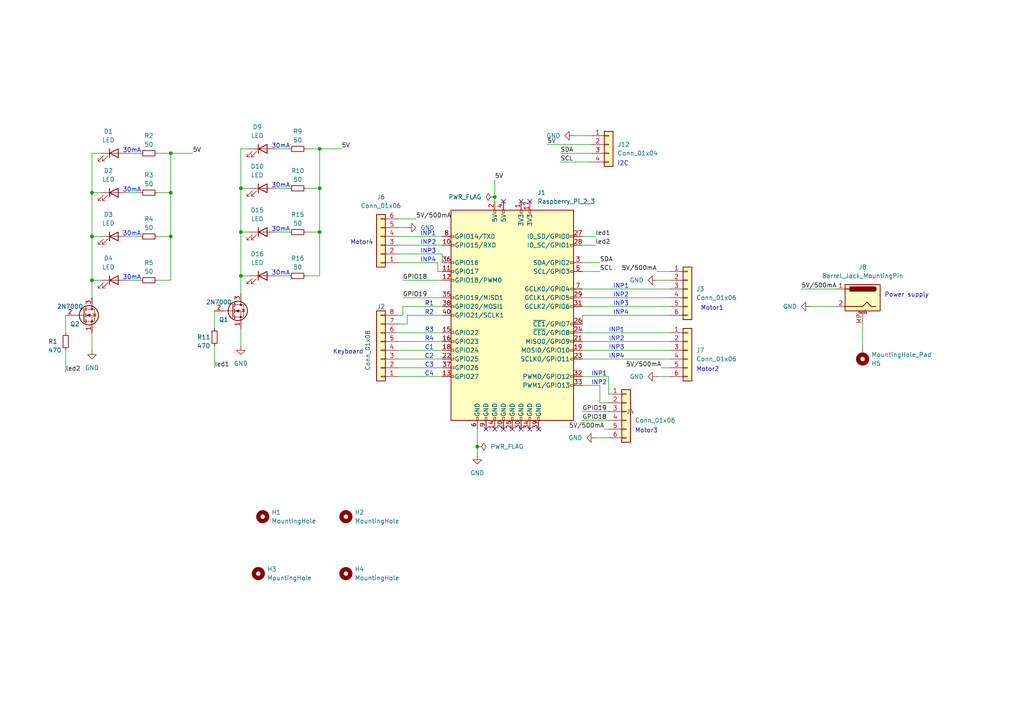
<source format=kicad_sch>
(kicad_sch (version 20230121) (generator eeschema)
  (paper "A4")
  (lib_symbols
    (symbol "Connector:Barrel_Jack_MountingPin" (pin_names hide)
      (property "Reference" "J" (at 0 5.334 0))
      (property "Value" "Barrel_Jack_MountingPin" (at 1.27 -6.35 0))
      (symbol "Barrel_Jack_MountingPin_0_1"
        (rectangle (start -5.08 3.81) (end 5.08 -3.81) (stroke (width 0.254)) (fill (type background)))
        (arc (start -3.302 3.175) (mid -3.9343 2.54) (end -3.302 1.905) (stroke (width 0.254)))
        (arc (start -3.302 3.175) (mid -3.9343 2.54) (end -3.302 1.905) (stroke (width 0.254)) (fill (type outline)))
        (polyline (pts (xy 5.08 2.54) (xy 3.81 2.54)) (stroke (width 0.254)))
        (polyline (pts (xy -3.81 -2.54) (xy -2.54 -2.54) (xy -1.27 -1.27) (xy 0 -2.54) (xy 2.54 -2.54) (xy 5.08 -2.54)) (stroke (width 0.254)))
        (rectangle (start 3.683 3.175) (end -3.302 1.905) (stroke (width 0.254)) (fill (type outline)))
      )
      (symbol "Barrel_Jack_MountingPin_1_1"
        (polyline (pts (xy -1.016 -4.572) (xy 1.016 -4.572)) (stroke (width 0.1524)))
        (text "Mounting" (at 0 -4.191 0) (effects (font (size 0.381 0.381))))
        (pin passive line (at 7.62 2.54 180) (length 2.54) (name "~") (number "1"))
        (pin passive line (at 7.62 -2.54 180) (length 2.54) (name "~") (number "2"))
        (pin passive line (at 0 -7.62 90) (length 3.048) (name "MountPin") (number "MP"))
      )
    )
    (symbol "Connector:Raspberry_Pi_2_3" (pin_names (offset 1.016))
      (property "Reference" "J" (at -17.78 31.75 0))
      (property "Value" "Raspberry_Pi_2_3" (at 10.16 -31.75 0))
      (symbol "Raspberry_Pi_2_3_0_1"
        (rectangle (start -17.78 30.48) (end 17.78 -30.48) (stroke (width 0.254)) (fill (type background)))
      )
      (symbol "Raspberry_Pi_2_3_1_1"
        (rectangle (start -16.891 -17.526) (end -17.78 -18.034))
        (rectangle (start -16.891 -14.986) (end -17.78 -15.494))
        (rectangle (start -16.891 -12.446) (end -17.78 -12.954))
        (rectangle (start -16.891 -9.906) (end -17.78 -10.414))
        (rectangle (start -16.891 -7.366) (end -17.78 -7.874))
        (rectangle (start -16.891 -4.826) (end -17.78 -5.334))
        (rectangle (start -16.891 0.254) (end -17.78 -0.254))
        (rectangle (start -16.891 2.794) (end -17.78 2.286))
        (rectangle (start -16.891 5.334) (end -17.78 4.826))
        (rectangle (start -16.891 10.414) (end -17.78 9.906))
        (rectangle (start -16.891 12.954) (end -17.78 12.446))
        (rectangle (start -16.891 15.494) (end -17.78 14.986))
        (rectangle (start -16.891 20.574) (end -17.78 20.066))
        (rectangle (start -16.891 23.114) (end -17.78 22.606))
        (rectangle (start -10.414 -29.591) (end -9.906 -30.48))
        (rectangle (start -7.874 -29.591) (end -7.366 -30.48))
        (rectangle (start -5.334 -29.591) (end -4.826 -30.48))
        (rectangle (start -5.334 30.48) (end -4.826 29.591))
        (rectangle (start -2.794 -29.591) (end -2.286 -30.48))
        (rectangle (start -2.794 30.48) (end -2.286 29.591))
        (rectangle (start -0.254 -29.591) (end 0.254 -30.48))
        (rectangle (start 2.286 -29.591) (end 2.794 -30.48))
        (rectangle (start 2.286 30.48) (end 2.794 29.591))
        (rectangle (start 4.826 -29.591) (end 5.334 -30.48))
        (rectangle (start 4.826 30.48) (end 5.334 29.591))
        (rectangle (start 7.366 -29.591) (end 7.874 -30.48))
        (rectangle (start 17.78 -20.066) (end 16.891 -20.574))
        (rectangle (start 17.78 -17.526) (end 16.891 -18.034))
        (rectangle (start 17.78 -12.446) (end 16.891 -12.954))
        (rectangle (start 17.78 -9.906) (end 16.891 -10.414))
        (rectangle (start 17.78 -7.366) (end 16.891 -7.874))
        (rectangle (start 17.78 -4.826) (end 16.891 -5.334))
        (rectangle (start 17.78 -2.286) (end 16.891 -2.794))
        (rectangle (start 17.78 2.794) (end 16.891 2.286))
        (rectangle (start 17.78 5.334) (end 16.891 4.826))
        (rectangle (start 17.78 7.874) (end 16.891 7.366))
        (rectangle (start 17.78 12.954) (end 16.891 12.446))
        (rectangle (start 17.78 15.494) (end 16.891 14.986))
        (rectangle (start 17.78 20.574) (end 16.891 20.066))
        (rectangle (start 17.78 23.114) (end 16.891 22.606))
        (pin power_in line (at 2.54 33.02 270) (length 2.54) (name "3V3") (number "1"))
        (pin bidirectional line (at -20.32 20.32 0) (length 2.54) (name "GPIO15/RXD") (number "10"))
        (pin bidirectional line (at -20.32 12.7 0) (length 2.54) (name "GPIO17") (number "11"))
        (pin bidirectional line (at -20.32 10.16 0) (length 2.54) (name "GPIO18/PWM0") (number "12"))
        (pin bidirectional line (at -20.32 -17.78 0) (length 2.54) (name "GPIO27") (number "13"))
        (pin power_in line (at -5.08 -33.02 90) (length 2.54) (name "GND") (number "14"))
        (pin bidirectional line (at -20.32 -5.08 0) (length 2.54) (name "GPIO22") (number "15"))
        (pin bidirectional line (at -20.32 -7.62 0) (length 2.54) (name "GPIO23") (number "16"))
        (pin power_in line (at 5.08 33.02 270) (length 2.54) (name "3V3") (number "17"))
        (pin bidirectional line (at -20.32 -10.16 0) (length 2.54) (name "GPIO24") (number "18"))
        (pin bidirectional line (at 20.32 -10.16 180) (length 2.54) (name "MOSI0/GPIO10") (number "19"))
        (pin power_in line (at -5.08 33.02 270) (length 2.54) (name "5V") (number "2"))
        (pin power_in line (at -2.54 -33.02 90) (length 2.54) (name "GND") (number "20"))
        (pin bidirectional line (at 20.32 -7.62 180) (length 2.54) (name "MISO0/GPIO9") (number "21"))
        (pin bidirectional line (at -20.32 -12.7 0) (length 2.54) (name "GPIO25") (number "22"))
        (pin bidirectional line (at 20.32 -12.7 180) (length 2.54) (name "SCLK0/GPIO11") (number "23"))
        (pin bidirectional line (at 20.32 -5.08 180) (length 2.54) (name "~{CE0}/GPIO8") (number "24"))
        (pin power_in line (at 0 -33.02 90) (length 2.54) (name "GND") (number "25"))
        (pin bidirectional line (at 20.32 -2.54 180) (length 2.54) (name "~{CE1}/GPIO7") (number "26"))
        (pin bidirectional line (at 20.32 22.86 180) (length 2.54) (name "ID_SD/GPIO0") (number "27"))
        (pin bidirectional line (at 20.32 20.32 180) (length 2.54) (name "ID_SC/GPIO1") (number "28"))
        (pin bidirectional line (at 20.32 5.08 180) (length 2.54) (name "GCLK1/GPIO5") (number "29"))
        (pin bidirectional line (at 20.32 15.24 180) (length 2.54) (name "SDA/GPIO2") (number "3"))
        (pin power_in line (at 2.54 -33.02 90) (length 2.54) (name "GND") (number "30"))
        (pin bidirectional line (at 20.32 2.54 180) (length 2.54) (name "GCLK2/GPIO6") (number "31"))
        (pin bidirectional line (at 20.32 -17.78 180) (length 2.54) (name "PWM0/GPIO12") (number "32"))
        (pin bidirectional line (at 20.32 -20.32 180) (length 2.54) (name "PWM1/GPIO13") (number "33"))
        (pin power_in line (at 5.08 -33.02 90) (length 2.54) (name "GND") (number "34"))
        (pin bidirectional line (at -20.32 5.08 0) (length 2.54) (name "GPIO19/MISO1") (number "35"))
        (pin bidirectional line (at -20.32 15.24 0) (length 2.54) (name "GPIO16") (number "36"))
        (pin bidirectional line (at -20.32 -15.24 0) (length 2.54) (name "GPIO26") (number "37"))
        (pin bidirectional line (at -20.32 2.54 0) (length 2.54) (name "GPIO20/MOSI1") (number "38"))
        (pin power_in line (at 7.62 -33.02 90) (length 2.54) (name "GND") (number "39"))
        (pin power_in line (at -2.54 33.02 270) (length 2.54) (name "5V") (number "4"))
        (pin bidirectional line (at -20.32 0 0) (length 2.54) (name "GPIO21/SCLK1") (number "40"))
        (pin bidirectional line (at 20.32 12.7 180) (length 2.54) (name "SCL/GPIO3") (number "5"))
        (pin power_in line (at -10.16 -33.02 90) (length 2.54) (name "GND") (number "6"))
        (pin bidirectional line (at 20.32 7.62 180) (length 2.54) (name "GCLK0/GPIO4") (number "7"))
        (pin bidirectional line (at -20.32 22.86 0) (length 2.54) (name "GPIO14/TXD") (number "8"))
        (pin power_in line (at -7.62 -33.02 90) (length 2.54) (name "GND") (number "9"))
      )
    )
    (symbol "Connector_Generic:Conn_01x04" (pin_names (offset 1.016) hide)
      (property "Reference" "J" (at 0 5.08 0))
      (property "Value" "Conn_01x04" (at 0 -7.62 0))
      (symbol "Conn_01x04_1_1"
        (rectangle (start -1.27 -4.953) (end 0 -5.207) (stroke (width 0.1524)))
        (rectangle (start -1.27 -2.413) (end 0 -2.667) (stroke (width 0.1524)))
        (rectangle (start -1.27 0.127) (end 0 -0.127) (stroke (width 0.1524)))
        (rectangle (start -1.27 2.667) (end 0 2.413) (stroke (width 0.1524)))
        (rectangle (start -1.27 3.81) (end 1.27 -6.35) (stroke (width 0.254)) (fill (type background)))
        (pin passive line (at -5.08 2.54 0) (length 3.81) (name "Pin_1") (number "1"))
        (pin passive line (at -5.08 0 0) (length 3.81) (name "Pin_2") (number "2"))
        (pin passive line (at -5.08 -2.54 0) (length 3.81) (name "Pin_3") (number "3"))
        (pin passive line (at -5.08 -5.08 0) (length 3.81) (name "Pin_4") (number "4"))
      )
    )
    (symbol "Connector_Generic:Conn_01x06" (pin_names (offset 1.016) hide)
      (property "Reference" "J" (at 0 7.62 0))
      (property "Value" "Conn_01x06" (at 0 -10.16 0))
      (symbol "Conn_01x06_1_1"
        (rectangle (start -1.27 -7.493) (end 0 -7.747) (stroke (width 0.1524)))
        (rectangle (start -1.27 -4.953) (end 0 -5.207) (stroke (width 0.1524)))
        (rectangle (start -1.27 -2.413) (end 0 -2.667) (stroke (width 0.1524)))
        (rectangle (start -1.27 0.127) (end 0 -0.127) (stroke (width 0.1524)))
        (rectangle (start -1.27 2.667) (end 0 2.413) (stroke (width 0.1524)))
        (rectangle (start -1.27 5.207) (end 0 4.953) (stroke (width 0.1524)))
        (rectangle (start -1.27 6.35) (end 1.27 -8.89) (stroke (width 0.254)) (fill (type background)))
        (pin passive line (at -5.08 5.08 0) (length 3.81) (name "Pin_1") (number "1"))
        (pin passive line (at -5.08 2.54 0) (length 3.81) (name "Pin_2") (number "2"))
        (pin passive line (at -5.08 0 0) (length 3.81) (name "Pin_3") (number "3"))
        (pin passive line (at -5.08 -2.54 0) (length 3.81) (name "Pin_4") (number "4"))
        (pin passive line (at -5.08 -5.08 0) (length 3.81) (name "Pin_5") (number "5"))
        (pin passive line (at -5.08 -7.62 0) (length 3.81) (name "Pin_6") (number "6"))
      )
    )
    (symbol "Connector_Generic:Conn_01x08" (pin_names (offset 1.016) hide)
      (property "Reference" "J" (at 0 10.16 0))
      (property "Value" "Conn_01x08" (at 0 -12.7 0))
      (symbol "Conn_01x08_1_1"
        (rectangle (start -1.27 -10.033) (end 0 -10.287) (stroke (width 0.1524)))
        (rectangle (start -1.27 -7.493) (end 0 -7.747) (stroke (width 0.1524)))
        (rectangle (start -1.27 -4.953) (end 0 -5.207) (stroke (width 0.1524)))
        (rectangle (start -1.27 -2.413) (end 0 -2.667) (stroke (width 0.1524)))
        (rectangle (start -1.27 0.127) (end 0 -0.127) (stroke (width 0.1524)))
        (rectangle (start -1.27 2.667) (end 0 2.413) (stroke (width 0.1524)))
        (rectangle (start -1.27 5.207) (end 0 4.953) (stroke (width 0.1524)))
        (rectangle (start -1.27 7.747) (end 0 7.493) (stroke (width 0.1524)))
        (rectangle (start -1.27 8.89) (end 1.27 -11.43) (stroke (width 0.254)) (fill (type background)))
        (pin passive line (at -5.08 7.62 0) (length 3.81) (name "Pin_1") (number "1"))
        (pin passive line (at -5.08 5.08 0) (length 3.81) (name "Pin_2") (number "2"))
        (pin passive line (at -5.08 2.54 0) (length 3.81) (name "Pin_3") (number "3"))
        (pin passive line (at -5.08 0 0) (length 3.81) (name "Pin_4") (number "4"))
        (pin passive line (at -5.08 -2.54 0) (length 3.81) (name "Pin_5") (number "5"))
        (pin passive line (at -5.08 -5.08 0) (length 3.81) (name "Pin_6") (number "6"))
        (pin passive line (at -5.08 -7.62 0) (length 3.81) (name "Pin_7") (number "7"))
        (pin passive line (at -5.08 -10.16 0) (length 3.81) (name "Pin_8") (number "8"))
      )
    )
    (symbol "Device:LED" (pin_numbers hide) (pin_names (offset 1.016) hide)
      (property "Reference" "D" (at 0 2.54 0))
      (property "Value" "LED" (at 0 -2.54 0))
      (symbol "LED_0_1"
        (polyline (pts (xy -1.27 -1.27) (xy -1.27 1.27)) (stroke (width 0.254)))
        (polyline (pts (xy -1.27 0) (xy 1.27 0)))
        (polyline (pts (xy 1.27 -1.27) (xy 1.27 1.27) (xy -1.27 0) (xy 1.27 -1.27)) (stroke (width 0.254)))
        (polyline (pts (xy -3.048 -0.762) (xy -4.572 -2.286) (xy -3.81 -2.286) (xy -4.572 -2.286) (xy -4.572 -1.524)))
        (polyline (pts (xy -1.778 -0.762) (xy -3.302 -2.286) (xy -2.54 -2.286) (xy -3.302 -2.286) (xy -3.302 -1.524)))
      )
      (symbol "LED_1_1"
        (pin passive line (at -3.81 0 0) (length 2.54) (name "K") (number "1"))
        (pin passive line (at 3.81 0 180) (length 2.54) (name "A") (number "2"))
      )
    )
    (symbol "Device:R_Small" (pin_numbers hide) (pin_names (offset 0.254) hide)
      (property "Reference" "R" (at 0.762 0.508 0))
      (property "Value" "R_Small" (at 0.762 -1.016 0))
      (symbol "R_Small_0_1"
        (rectangle (start -0.762 1.778) (end 0.762 -1.778) (stroke (width 0.2032)))
      )
      (symbol "R_Small_1_1"
        (pin passive line (at 0 2.54 270) (length 0.762) (name "~") (number "1"))
        (pin passive line (at 0 -2.54 90) (length 0.762) (name "~") (number "2"))
      )
    )
    (symbol "Mechanical:MountingHole" (pin_names (offset 1.016))
      (property "Reference" "H" (at 0 5.08 0))
      (property "Value" "MountingHole" (at 0 3.175 0))
      (symbol "MountingHole_0_1"
        (circle (center 0 0) (radius 1.27) (stroke (width 1.27)))
      )
    )
    (symbol "Mechanical:MountingHole_Pad" (pin_numbers hide) (pin_names (offset 1.016) hide)
      (property "Reference" "H" (at 0 6.35 0))
      (property "Value" "MountingHole_Pad" (at 0 4.445 0))
      (symbol "MountingHole_Pad_0_1"
        (circle (center 0 1.27) (radius 1.27) (stroke (width 1.27)))
      )
      (symbol "MountingHole_Pad_1_1"
        (pin input line (at 0 -2.54 90) (length 2.54) (name "1") (number "1"))
      )
    )
    (symbol "Transistor_FET:2N7000" (pin_names hide)
      (property "Reference" "Q" (at 5.08 1.905 0))
      (property "Value" "2N7000" (at 5.08 0 0))
      (symbol "2N7000_0_1"
        (polyline (pts (xy 0.254 0) (xy -2.54 0)))
        (polyline (pts (xy 0.254 1.905) (xy 0.254 -1.905)) (stroke (width 0.254)))
        (polyline (pts (xy 0.762 -1.27) (xy 0.762 -2.286)) (stroke (width 0.254)))
        (polyline (pts (xy 0.762 0.508) (xy 0.762 -0.508)) (stroke (width 0.254)))
        (polyline (pts (xy 0.762 2.286) (xy 0.762 1.27)) (stroke (width 0.254)))
        (polyline (pts (xy 2.54 2.54) (xy 2.54 1.778)))
        (polyline (pts (xy 2.54 -2.54) (xy 2.54 0) (xy 0.762 0)))
        (polyline (pts (xy 0.762 -1.778) (xy 3.302 -1.778) (xy 3.302 1.778) (xy 0.762 1.778)))
        (polyline (pts (xy 1.016 0) (xy 2.032 0.381) (xy 2.032 -0.381) (xy 1.016 0)) (fill (type outline)))
        (polyline (pts (xy 2.794 0.508) (xy 2.921 0.381) (xy 3.683 0.381) (xy 3.81 0.254)))
        (polyline (pts (xy 3.302 0.381) (xy 2.921 -0.254) (xy 3.683 -0.254) (xy 3.302 0.381)))
        (circle (center 1.651 0) (radius 2.794) (stroke (width 0.254)))
        (circle (center 2.54 -1.778) (radius 0.254) (fill (type outline)))
        (circle (center 2.54 1.778) (radius 0.254) (fill (type outline)))
      )
      (symbol "2N7000_1_1"
        (pin passive line (at 2.54 -5.08 90) (length 2.54) (name "S") (number "1"))
        (pin input line (at -5.08 0 0) (length 2.54) (name "G") (number "2"))
        (pin passive line (at 2.54 5.08 270) (length 2.54) (name "D") (number "3"))
      )
    )
    (symbol "power:GND" (power) (pin_names (offset 0))
      (property "Value" "GND" (at 0 -3.81 0))
      (symbol "GND_0_1"
        (polyline (pts (xy 0 0) (xy 0 -1.27) (xy 1.27 -1.27) (xy 0 -2.54) (xy -1.27 -1.27) (xy 0 -1.27)))
      )
      (symbol "GND_1_1"
        (pin power_in line (at 0 0 270) (length 0) hide (name "GND") (number "1"))
      )
    )
    (symbol "power:PWR_FLAG" (power) (pin_numbers hide) (pin_names (offset 0) hide)
      (property "Value" "PWR_FLAG" (at 0 3.81 0))
      (symbol "PWR_FLAG_0_0"
        (pin power_out line (at 0 0 90) (length 0) (name "pwr") (number "1"))
      )
      (symbol "PWR_FLAG_0_1"
        (polyline (pts (xy 0 0) (xy 0 1.27) (xy -1.016 1.905) (xy 0 2.54) (xy 1.016 1.905) (xy 0 1.27)))
      )
    )
  )
  (junction (at 49.53 55.88))
  (junction (at 49.53 44.45))
  (junction (at 138.43 129.54))
  (junction (at 49.53 68.58))
  (junction (at 92.71 67.31))
  (junction (at 26.67 68.58))
  (junction (at 26.67 81.28))
  (junction (at 92.71 54.61))
  (junction (at 69.85 67.31))
  (junction (at 69.85 54.61))
  (junction (at 69.85 80.01))
  (junction (at 143.51 57.15))
  (junction (at 92.71 43.18))
  (junction (at 26.67 55.88))
  (no_connect (at 148.59 124.46))
  (no_connect (at 153.67 58.42))
  (no_connect (at 146.05 124.46))
  (no_connect (at 156.21 124.46))
  (no_connect (at 153.67 124.46))
  (no_connect (at 140.97 124.46))
  (no_connect (at 151.13 124.46))
  (no_connect (at 146.05 58.42))
  (no_connect (at 143.51 124.46))
  (no_connect (at 151.13 58.42))
  (wire (pts (xy 168.91 109.22) (xy 176.53 109.22)))
  (wire (pts (xy 158.75 41.91) (xy 171.45 41.91)))
  (wire (pts (xy 168.91 83.82) (xy 194.31 83.82)))
  (wire (pts (xy 49.53 68.58) (xy 49.53 81.28)))
  (wire (pts (xy 115.57 66.04) (xy 118.11 66.04)))
  (wire (pts (xy 88.9 80.01) (xy 92.71 80.01)))
  (wire (pts (xy 115.57 93.98) (xy 118.11 93.98)))
  (wire (pts (xy 45.72 81.28) (xy 49.53 81.28)))
  (wire (pts (xy 115.57 91.44) (xy 116.84 91.44)))
  (wire (pts (xy 92.71 54.61) (xy 92.71 67.31)))
  (wire (pts (xy 69.85 95.25) (xy 69.85 100.33)))
  (wire (pts (xy 143.51 52.07) (xy 143.51 57.15)))
  (wire (pts (xy 172.72 127) (xy 176.53 127)))
  (wire (pts (xy 168.91 101.6) (xy 194.31 101.6)))
  (wire (pts (xy 45.72 44.45) (xy 49.53 44.45)))
  (wire (pts (xy 80.01 54.61) (xy 83.82 54.61)))
  (wire (pts (xy 69.85 67.31) (xy 72.39 67.31)))
  (wire (pts (xy 88.9 54.61) (xy 92.71 54.61)))
  (wire (pts (xy 234.95 88.9) (xy 242.57 88.9)))
  (wire (pts (xy 69.85 54.61) (xy 69.85 67.31)))
  (wire (pts (xy 168.91 96.52) (xy 194.31 96.52)))
  (wire (pts (xy 168.91 119.38) (xy 176.53 119.38)))
  (wire (pts (xy 127 76.2) (xy 127 78.74)))
  (wire (pts (xy 115.57 99.06) (xy 128.27 99.06)))
  (wire (pts (xy 88.9 67.31) (xy 92.71 67.31)))
  (wire (pts (xy 168.91 99.06) (xy 194.31 99.06)))
  (wire (pts (xy 26.67 55.88) (xy 29.21 55.88)))
  (wire (pts (xy 115.57 71.12) (xy 128.27 71.12)))
  (wire (pts (xy 62.23 100.33) (xy 62.23 106.68)))
  (wire (pts (xy 115.57 104.14) (xy 128.27 104.14)))
  (wire (pts (xy 80.01 67.31) (xy 83.82 67.31)))
  (wire (pts (xy 168.91 91.44) (xy 168.91 93.98)))
  (wire (pts (xy 162.56 46.99) (xy 171.45 46.99)))
  (wire (pts (xy 36.83 44.45) (xy 40.64 44.45)))
  (wire (pts (xy 168.91 68.58) (xy 172.72 68.58)))
  (wire (pts (xy 69.85 67.31) (xy 69.85 80.01)))
  (wire (pts (xy 49.53 44.45) (xy 49.53 55.88)))
  (wire (pts (xy 92.71 43.18) (xy 92.71 54.61)))
  (wire (pts (xy 115.57 63.5) (xy 120.65 63.5)))
  (wire (pts (xy 232.41 83.82) (xy 242.57 83.82)))
  (wire (pts (xy 80.01 43.18) (xy 83.82 43.18)))
  (wire (pts (xy 168.91 78.74) (xy 173.99 78.74)))
  (wire (pts (xy 36.83 68.58) (xy 40.64 68.58)))
  (wire (pts (xy 19.05 91.44) (xy 19.05 96.52)))
  (wire (pts (xy 190.5 109.22) (xy 194.31 109.22)))
  (wire (pts (xy 26.67 81.28) (xy 26.67 86.36)))
  (wire (pts (xy 168.91 76.2) (xy 173.99 76.2)))
  (wire (pts (xy 116.84 81.28) (xy 128.27 81.28)))
  (wire (pts (xy 26.67 44.45) (xy 26.67 55.88)))
  (wire (pts (xy 168.91 111.76) (xy 173.99 111.76)))
  (wire (pts (xy 168.91 88.9) (xy 194.31 88.9)))
  (wire (pts (xy 116.84 91.44) (xy 116.84 88.9)))
  (wire (pts (xy 26.67 81.28) (xy 29.21 81.28)))
  (wire (pts (xy 49.53 55.88) (xy 49.53 68.58)))
  (wire (pts (xy 69.85 80.01) (xy 69.85 85.09)))
  (wire (pts (xy 26.67 44.45) (xy 29.21 44.45)))
  (wire (pts (xy 36.83 55.88) (xy 40.64 55.88)))
  (wire (pts (xy 69.85 80.01) (xy 72.39 80.01)))
  (wire (pts (xy 69.85 43.18) (xy 69.85 54.61)))
  (wire (pts (xy 116.84 86.36) (xy 128.27 86.36)))
  (wire (pts (xy 168.91 86.36) (xy 194.31 86.36)))
  (wire (pts (xy 143.51 57.15) (xy 143.51 58.42)))
  (wire (pts (xy 45.72 68.58) (xy 49.53 68.58)))
  (wire (pts (xy 69.85 43.18) (xy 72.39 43.18)))
  (wire (pts (xy 138.43 124.46) (xy 138.43 129.54)))
  (wire (pts (xy 173.99 111.76) (xy 173.99 116.84)))
  (wire (pts (xy 250.19 93.98) (xy 250.19 100.33)))
  (wire (pts (xy 26.67 68.58) (xy 29.21 68.58)))
  (wire (pts (xy 49.53 44.45) (xy 55.88 44.45)))
  (wire (pts (xy 127 78.74) (xy 128.27 78.74)))
  (wire (pts (xy 138.43 129.54) (xy 138.43 132.08)))
  (wire (pts (xy 92.71 43.18) (xy 99.06 43.18)))
  (wire (pts (xy 115.57 68.58) (xy 128.27 68.58)))
  (wire (pts (xy 92.71 67.31) (xy 92.71 80.01)))
  (wire (pts (xy 26.67 96.52) (xy 26.67 101.6)))
  (wire (pts (xy 115.57 73.66) (xy 128.27 73.66)))
  (wire (pts (xy 162.56 44.45) (xy 171.45 44.45)))
  (wire (pts (xy 26.67 55.88) (xy 26.67 68.58)))
  (wire (pts (xy 45.72 55.88) (xy 49.53 55.88)))
  (wire (pts (xy 128.27 73.66) (xy 128.27 76.2)))
  (wire (pts (xy 26.67 68.58) (xy 26.67 81.28)))
  (wire (pts (xy 118.11 93.98) (xy 118.11 91.44)))
  (wire (pts (xy 168.91 121.92) (xy 176.53 121.92)))
  (wire (pts (xy 118.11 91.44) (xy 128.27 91.44)))
  (wire (pts (xy 36.83 81.28) (xy 40.64 81.28)))
  (wire (pts (xy 115.57 101.6) (xy 128.27 101.6)))
  (wire (pts (xy 168.91 91.44) (xy 194.31 91.44)))
  (wire (pts (xy 115.57 106.68) (xy 128.27 106.68)))
  (wire (pts (xy 115.57 96.52) (xy 128.27 96.52)))
  (wire (pts (xy 175.26 124.46) (xy 176.53 124.46)))
  (wire (pts (xy 115.57 76.2) (xy 127 76.2)))
  (wire (pts (xy 80.01 80.01) (xy 83.82 80.01)))
  (wire (pts (xy 166.37 39.37) (xy 171.45 39.37)))
  (wire (pts (xy 190.5 81.28) (xy 194.31 81.28)))
  (wire (pts (xy 173.99 116.84) (xy 176.53 116.84)))
  (wire (pts (xy 88.9 43.18) (xy 92.71 43.18)))
  (wire (pts (xy 116.84 88.9) (xy 128.27 88.9)))
  (wire (pts (xy 168.91 104.14) (xy 194.31 104.14)))
  (wire (pts (xy 191.77 106.68) (xy 194.31 106.68)))
  (wire (pts (xy 115.57 109.22) (xy 128.27 109.22)))
  (wire (pts (xy 19.05 101.6) (xy 19.05 107.95)))
  (wire (pts (xy 176.53 109.22) (xy 176.53 114.3)))
  (wire (pts (xy 69.85 54.61) (xy 72.39 54.61)))
  (wire (pts (xy 62.23 90.17) (xy 62.23 95.25)))
  (wire (pts (xy 190.5 78.74) (xy 194.31 78.74)))
  (wire (pts (xy 168.91 71.12) (xy 172.72 71.12)))
  (text "30mA" (at 35.56 44.45 0) (effects (font (size 1.27 1.27)) (justify left bottom)))
  (text "INP1" (at 121.92 68.58 0) (effects (font (size 1.27 1.27)) (justify left bottom)))
  (text "INP1" (at 177.8 83.82 0) (effects (font (size 1.27 1.27)) (justify left bottom)))
  (text "C2" (at 123.19 104.14 0) (effects (font (size 1.27 1.27)) (justify left bottom)))
  (text "C1" (at 123.19 101.6 0) (effects (font (size 1.27 1.27)) (justify left bottom)))
  (text "Power supply" (at 256.54 86.36 0) (effects (font (size 1.27 1.27)) (justify left bottom)))
  (text "INP1" (at 176.53 96.52 0) (effects (font (size 1.27 1.27)) (justify left bottom)))
  (text "30mA" (at 78.74 43.18 0) (effects (font (size 1.27 1.27)) (justify left bottom)))
  (text "I2C" (at 179.07 48.26 0) (effects (font (size 1.27 1.27)) (justify left bottom)))
  (text "INP2" (at 121.92 71.12 0) (effects (font (size 1.27 1.27)) (justify left bottom)))
  (text "INP3" (at 177.8 88.9 0) (effects (font (size 1.27 1.27)) (justify left bottom)))
  (text "C4" (at 123.19 109.22 0) (effects (font (size 1.27 1.27)) (justify left bottom)))
  (text "30mA" (at 35.56 68.58 0) (effects (font (size 1.27 1.27)) (justify left bottom)))
  (text "INP4" (at 176.53 104.14 0) (effects (font (size 1.27 1.27)) (justify left bottom)))
  (text "R3" (at 123.19 96.52 0) (effects (font (size 1.27 1.27)) (justify left bottom)))
  (text "INP3" (at 176.53 101.6 0) (effects (font (size 1.27 1.27)) (justify left bottom)))
  (text "INP4" (at 177.8 91.44 0) (effects (font (size 1.27 1.27)) (justify left bottom)))
  (text "Motor3" (at 184.15 125.73 0) (effects (font (size 1.27 1.27)) (justify left bottom)))
  (text "INP3" (at 121.92 73.66 0) (effects (font (size 1.27 1.27)) (justify left bottom)))
  (text "Motor2" (at 201.93 107.95 0) (effects (font (size 1.27 1.27)) (justify left bottom)))
  (text "30mA" (at 78.74 80.01 0) (effects (font (size 1.27 1.27)) (justify left bottom)))
  (text "C3" (at 123.19 106.68 0) (effects (font (size 1.27 1.27)) (justify left bottom)))
  (text "INP1" (at 171.45 109.22 0) (effects (font (size 1.27 1.27)) (justify left bottom)))
  (text "R1" (at 123.19 88.9 0) (effects (font (size 1.27 1.27)) (justify left bottom)))
  (text "30mA" (at 78.74 54.61 0) (effects (font (size 1.27 1.27)) (justify left bottom)))
  (text "Keyboard" (at 96.52 102.87 0) (effects (font (size 1.27 1.27)) (justify left bottom)))
  (text "Motor1" (at 203.2 90.17 0) (effects (font (size 1.27 1.27)) (justify left bottom)))
  (text "INP2" (at 177.8 86.36 0) (effects (font (size 1.27 1.27)) (justify left bottom)))
  (text "30mA" (at 78.74 67.31 0) (effects (font (size 1.27 1.27)) (justify left bottom)))
  (text "INP2" (at 171.45 111.76 0) (effects (font (size 1.27 1.27)) (justify left bottom)))
  (text "R2" (at 123.19 91.44 0) (effects (font (size 1.27 1.27)) (justify left bottom)))
  (text "30mA" (at 35.56 81.28 0) (effects (font (size 1.27 1.27)) (justify left bottom)))
  (text "Motor4" (at 101.6 71.12 0) (effects (font (size 1.27 1.27)) (justify left bottom)))
  (text "INP4" (at 121.92 76.2 0) (effects (font (size 1.27 1.27)) (justify left bottom)))
  (text "R4" (at 123.19 99.06 0) (effects (font (size 1.27 1.27)) (justify left bottom)))
  (text "INP2" (at 176.53 99.06 0) (effects (font (size 1.27 1.27)) (justify left bottom)))
  (text "30mA" (at 35.56 55.88 0) (effects (font (size 1.27 1.27)) (justify left bottom)))
  (label "5V" (at 158.75 41.91 0))
  (label "GPIO19" (at 116.84 86.36 0))
  (label "led2" (at 19.05 107.95 0))
  (label "5V" (at 99.06 43.18 0))
  (label "SCL" (at 162.56 46.99 0))
  (label "GPIO18" (at 116.84 81.28 0))
  (label "GPIO19" (at 168.91 119.38 0))
  (label "5V{slash}500mA" (at 232.41 83.82 0))
  (label "5V{slash}500mA" (at 120.65 63.5 0))
  (label "led2" (at 172.72 71.12 0))
  (label "5V" (at 55.88 44.45 0))
  (label "GPIO18" (at 168.91 121.92 0))
  (label "led1" (at 62.23 106.68 0))
  (label "5V{slash}500mA" (at 175.26 124.46 180))
  (label "5V{slash}500mA" (at 191.77 106.68 180))
  (label "SDA" (at 162.56 44.45 0))
  (label "5V{slash}500mA" (at 190.5 78.74 180))
  (label "5V" (at 143.51 52.07 0))
  (label "led1" (at 172.72 68.58 0))
  (label "SCL" (at 173.99 78.74 0))
  (label "SDA" (at 173.99 76.2 0))
  (symbol (lib_id "Connector_Generic:Conn_01x06") (at 199.39 101.6 0) (unit 1)
    (property "Reference" "J7" (at 201.93 101.6 0) (effects (justify left)))
    (property "Value" "Conn_01x06" (at 201.93 104.14 0) (effects (justify left)))
  )
  (symbol (lib_id "power:GND") (at 172.72 127 270) (unit 1)
    (property "Reference" "#PWR05" (effects hide))
    (property "Value" "GND" (at 168.91 127 90) (effects (justify right)))
  )
  (symbol (lib_id "Device:R_Small") (at 86.36 43.18 90) (unit 1)
    (property "Reference" "R9" (at 86.36 38.1 90))
    (property "Value" "50" (at 86.36 40.64 90))
  )
  (symbol (lib_id "power:GND") (at 26.67 101.6 0) (unit 1)
    (property "Reference" "#PWR01" (effects hide))
    (property "Value" "GND" (at 26.67 106.68 0))
  )
  (symbol (lib_id "power:PWR_FLAG") (at 143.51 57.15 90) (unit 1)
    (property "Reference" "#FLG02" (effects hide))
    (property "Value" "PWR_FLAG" (at 139.7 57.15 90) (effects (justify left)))
  )
  (symbol (lib_id "Device:R_Small") (at 43.18 44.45 90) (unit 1)
    (property "Reference" "R2" (at 43.18 39.37 90))
    (property "Value" "50" (at 43.18 41.91 90))
  )
  (symbol (lib_id "Device:LED") (at 33.02 68.58 0) (unit 1)
    (property "Reference" "D3" (at 31.4325 62.23 0))
    (property "Value" "LED" (at 31.4325 64.77 0))
  )
  (symbol (lib_id "Device:LED") (at 33.02 81.28 0) (unit 1)
    (property "Reference" "D4" (at 31.4325 74.93 0))
    (property "Value" "LED" (at 31.4325 77.47 0))
  )
  (symbol (lib_id "power:GND") (at 118.11 66.04 90) (unit 1)
    (property "Reference" "#PWR010" (effects hide))
    (property "Value" "GND" (at 121.92 66.04 90) (effects (justify right)))
  )
  (symbol (lib_id "Connector_Generic:Conn_01x06") (at 199.39 83.82 0) (unit 1)
    (property "Reference" "J3" (at 201.93 83.82 0) (effects (justify left)))
    (property "Value" "Conn_01x06" (at 201.93 86.36 0) (effects (justify left)))
  )
  (symbol (lib_id "Device:LED") (at 76.2 54.61 0) (unit 1)
    (property "Reference" "D10" (at 74.6125 48.26 0))
    (property "Value" "LED" (at 74.6125 50.8 0))
  )
  (symbol (lib_id "power:PWR_FLAG") (at 138.43 129.54 270) (unit 1)
    (property "Reference" "#FLG01" (effects hide))
    (property "Value" "PWR_FLAG" (at 142.24 129.54 90) (effects (justify left)))
  )
  (symbol (lib_id "Device:R_Small") (at 43.18 81.28 90) (unit 1)
    (property "Reference" "R5" (at 43.18 76.2 90))
    (property "Value" "50" (at 43.18 78.74 90))
  )
  (symbol (lib_id "Connector_Generic:Conn_01x06") (at 181.61 119.38 0) (unit 1)
    (property "Reference" "J4" (at 181.61 119.38 0) (effects (justify left)))
    (property "Value" "Conn_01x06" (at 184.15 121.92 0) (effects (justify left)))
  )
  (symbol (lib_id "Device:LED") (at 33.02 44.45 0) (unit 1)
    (property "Reference" "D1" (at 31.4325 38.1 0))
    (property "Value" "LED" (at 31.4325 40.64 0))
  )
  (symbol (lib_id "Connector:Barrel_Jack_MountingPin") (at 250.19 86.36 0) (mirror y) (unit 1)
    (property "Reference" "J8" (at 250.19 77.47 0))
    (property "Value" "Barrel_Jack_MountingPin" (at 250.19 80.01 0))
    (property "Footprint" "Connector_BarrelJack:BarrelJack_CUI_PJ-063AH_Horizontal" (effects hide))
  )
  (symbol (lib_id "Connector_Generic:Conn_01x06") (at 110.49 71.12 180) (unit 1)
    (property "Reference" "J6" (at 110.49 57.15 0))
    (property "Value" "Conn_01x06" (at 110.49 59.69 0))
  )
  (symbol (lib_id "power:GND") (at 190.5 109.22 270) (unit 1)
    (property "Reference" "#PWR07" (effects hide))
    (property "Value" "GND" (at 186.69 109.22 90) (effects (justify right)))
  )
  (symbol (lib_id "Device:R_Small") (at 43.18 55.88 90) (unit 1)
    (property "Reference" "R3" (at 43.18 50.8 90))
    (property "Value" "50" (at 43.18 53.34 90))
  )
  (symbol (lib_id "power:GND") (at 166.37 39.37 270) (unit 1)
    (property "Reference" "#PWR03" (effects hide))
    (property "Value" "GND" (at 162.56 39.37 90) (effects (justify right)))
  )
  (symbol (lib_id "Mechanical:MountingHole_Pad") (at 250.19 102.87 0) (mirror x) (unit 1)
    (property "Reference" "H5" (at 252.73 105.41 0) (effects (justify left)))
    (property "Value" "MountingHole_Pad" (at 252.73 102.87 0) (effects (justify left)))
  )
  (symbol (lib_id "Connector_Generic:Conn_01x08") (at 110.49 101.6 180) (unit 1)
    (property "Reference" "J2" (at 110.49 88.9 0))
    (property "Value" "Conn_01x08" (at 106.68 101.6 90))
  )
  (symbol (lib_id "Device:R_Small") (at 43.18 68.58 90) (unit 1)
    (property "Reference" "R4" (at 43.18 63.5 90))
    (property "Value" "50" (at 43.18 66.04 90))
  )
  (symbol (lib_id "Connector:Raspberry_Pi_2_3") (at 148.59 91.44 0) (unit 1)
    (property "Reference" "J1" (at 155.8641 55.88 0) (effects (justify left)))
    (property "Value" "Raspberry_Pi_2_3" (at 155.8641 58.42 0) (effects (justify left)))
    (property "Datasheet" "https://www.raspberrypi.org/documentation/hardware/raspberrypi/schematics/rpi_SCH_3bplus_1p0_reduced.pdf" (effects hide))
  )
  (symbol (lib_id "Mechanical:MountingHole") (at 74.93 166.37 0) (unit 1)
    (property "Reference" "H3" (at 77.47 165.1 0) (effects (justify left)))
    (property "Value" "MountingHole" (at 77.47 167.64 0) (effects (justify left)))
  )
  (symbol (lib_id "power:GND") (at 69.85 100.33 0) (unit 1)
    (property "Reference" "#PWR04" (effects hide))
    (property "Value" "GND" (at 69.85 105.41 0))
  )
  (symbol (lib_id "Device:R_Small") (at 86.36 67.31 90) (unit 1)
    (property "Reference" "R15" (at 86.36 62.23 90))
    (property "Value" "50" (at 86.36 64.77 90))
  )
  (symbol (lib_id "Device:R_Small") (at 62.23 97.79 180) (unit 1)
    (property "Reference" "R11" (at 57.15 97.79 0) (effects (justify right)))
    (property "Value" "470" (at 57.15 100.33 0) (effects (justify right)))
  )
  (symbol (lib_id "Mechanical:MountingHole") (at 76.2 149.86 0) (unit 1)
    (property "Reference" "H1" (at 78.74 148.59 0) (effects (justify left)))
    (property "Value" "MountingHole" (at 78.74 151.13 0) (effects (justify left)))
  )
  (symbol (lib_id "Device:R_Small") (at 86.36 80.01 90) (unit 1)
    (property "Reference" "R16" (at 86.36 74.93 90))
    (property "Value" "50" (at 86.36 77.47 90))
  )
  (symbol (lib_id "Transistor_FET:2N7000") (at 24.13 91.44 0) (unit 1)
    (property "Reference" "Q2" (at 20.32 93.98 0) (effects (justify left)))
    (property "Value" "2N7000" (at 16.51 88.9 0) (effects (justify left)))
    (property "Footprint" "Package_TO_SOT_THT:TO-92_Inline" (effects hide))
    (property "Datasheet" "https://www.vishay.com/docs/70226/70226.pdf" (effects hide))
  )
  (symbol (lib_id "Transistor_FET:2N7000") (at 67.31 90.17 0) (unit 1)
    (property "Reference" "Q1" (at 63.5 92.71 0) (effects (justify left)))
    (property "Value" "2N7000" (at 59.69 87.63 0) (effects (justify left)))
    (property "Footprint" "Package_TO_SOT_THT:TO-92_Inline" (effects hide))
    (property "Datasheet" "https://www.vishay.com/docs/70226/70226.pdf" (effects hide))
  )
  (symbol (lib_id "Device:R_Small") (at 86.36 54.61 90) (unit 1)
    (property "Reference" "R10" (at 86.36 49.53 90))
    (property "Value" "50" (at 86.36 52.07 90))
  )
  (symbol (lib_id "Mechanical:MountingHole") (at 100.33 166.37 0) (unit 1)
    (property "Reference" "H4" (at 102.87 165.1 0) (effects (justify left)))
    (property "Value" "MountingHole" (at 102.87 167.64 0) (effects (justify left)))
  )
  (symbol (lib_id "Mechanical:MountingHole") (at 100.33 149.86 0) (unit 1)
    (property "Reference" "H2" (at 102.87 148.59 0) (effects (justify left)))
    (property "Value" "MountingHole" (at 102.87 151.13 0) (effects (justify left)))
  )
  (symbol (lib_id "Connector_Generic:Conn_01x04") (at 176.53 41.91 0) (unit 1)
    (property "Reference" "J12" (at 179.07 41.91 0) (effects (justify left)))
    (property "Value" "Conn_01x04" (at 179.07 44.45 0) (effects (justify left)))
  )
  (symbol (lib_id "Device:LED") (at 76.2 67.31 0) (unit 1)
    (property "Reference" "D15" (at 74.6125 60.96 0))
    (property "Value" "LED" (at 74.6125 63.5 0))
  )
  (symbol (lib_id "power:GND") (at 234.95 88.9 270) (unit 1)
    (property "Reference" "#PWR09" (effects hide))
    (property "Value" "GND" (at 231.14 88.9 90) (effects (justify right)))
  )
  (symbol (lib_id "power:GND") (at 138.43 132.08 0) (unit 1)
    (property "Reference" "#PWR02" (effects hide))
    (property "Value" "GND" (at 138.43 137.16 0))
  )
  (symbol (lib_id "Device:LED") (at 76.2 43.18 0) (unit 1)
    (property "Reference" "D9" (at 74.6125 36.83 0))
    (property "Value" "LED" (at 74.6125 39.37 0))
  )
  (symbol (lib_id "power:GND") (at 190.5 81.28 270) (unit 1)
    (property "Reference" "#PWR08" (effects hide))
    (property "Value" "GND" (at 186.69 81.28 90) (effects (justify right)))
  )
  (symbol (lib_id "Device:LED") (at 76.2 80.01 0) (unit 1)
    (property "Reference" "D16" (at 74.6125 73.66 0))
    (property "Value" "LED" (at 74.6125 76.2 0))
  )
  (symbol (lib_id "Device:LED") (at 33.02 55.88 0) (unit 1)
    (property "Reference" "D2" (at 31.4325 49.53 0))
    (property "Value" "LED" (at 31.4325 52.07 0))
  )
  (symbol (lib_id "Device:R_Small") (at 19.05 99.06 180) (unit 1)
    (property "Reference" "R1" (at 13.97 99.06 0) (effects (justify right)))
    (property "Value" "470" (at 13.97 101.6 0) (effects (justify right)))
  )
)
</source>
